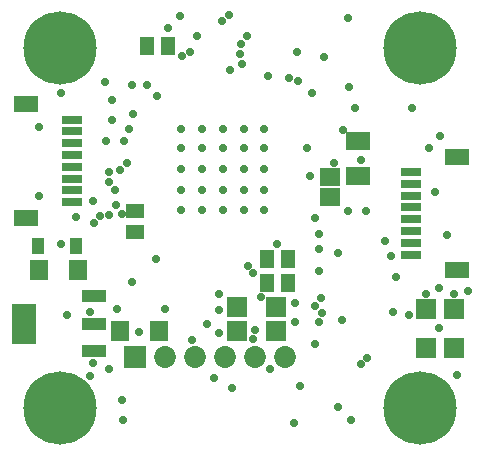
<source format=gbr>
%TF.GenerationSoftware,Altium Limited,Altium Designer,21.3.2 (30)*%
G04 Layer_Color=16711935*
%FSLAX44Y44*%
%MOMM*%
%TF.SameCoordinates,DF9C5644-7730-4CB0-946D-AD2690A7FF42*%
%TF.FilePolarity,Negative*%
%TF.FileFunction,Soldermask,Bot*%
%TF.Part,Single*%
G01*
G75*
%TA.AperFunction,SMDPad,CuDef*%
%ADD48R,1.2032X1.5032*%
%ADD49R,1.5032X1.2032*%
%ADD50R,2.1032X1.1032*%
%ADD51R,2.1032X3.4032*%
%ADD52R,2.0032X1.4032*%
%ADD53R,1.7532X0.8032*%
%ADD54R,1.1132X1.4232*%
%ADD55R,1.7032X1.5032*%
%ADD56R,1.5032X1.7272*%
%ADD57R,2.0032X1.5032*%
%ADD58R,1.7272X1.7272*%
%ADD59R,1.7272X1.7272*%
%TA.AperFunction,ComponentPad*%
%ADD60C,1.8532*%
%ADD61R,1.8532X1.8532*%
%TA.AperFunction,ViaPad*%
%ADD62C,6.1976*%
%ADD63C,0.7112*%
D48*
X701294Y915670D02*
D03*
X683394Y915570D02*
D03*
X784740Y735230D02*
D03*
X802640Y735330D02*
D03*
X784740Y714910D02*
D03*
X802640Y715010D02*
D03*
D49*
X673100Y776224D02*
D03*
X673200Y758324D02*
D03*
D50*
X638120Y703720D02*
D03*
Y680720D02*
D03*
Y657720D02*
D03*
D51*
X579120Y680720D02*
D03*
D52*
X581000Y866440D02*
D03*
Y770440D02*
D03*
X945540Y725990D02*
D03*
Y821990D02*
D03*
D53*
X619760Y853440D02*
D03*
Y843440D02*
D03*
Y833440D02*
D03*
Y823440D02*
D03*
Y813440D02*
D03*
Y803440D02*
D03*
Y793440D02*
D03*
Y783440D02*
D03*
X906780Y738990D02*
D03*
Y748990D02*
D03*
Y758990D02*
D03*
Y768990D02*
D03*
Y778990D02*
D03*
Y788990D02*
D03*
Y798990D02*
D03*
Y808990D02*
D03*
D54*
X623410Y746760D02*
D03*
X590710D02*
D03*
D55*
X838200Y787790D02*
D03*
Y804790D02*
D03*
D56*
X660400Y674370D02*
D03*
X693420D02*
D03*
X591820Y726440D02*
D03*
X624840D02*
D03*
D57*
X862330Y805920D02*
D03*
Y834920D02*
D03*
D58*
X943610Y693420D02*
D03*
Y660400D02*
D03*
X919480Y693140D02*
D03*
Y660120D02*
D03*
D59*
X759460Y694690D02*
D03*
X792480D02*
D03*
X759460Y674370D02*
D03*
X792480D02*
D03*
D60*
X723900Y652540D02*
D03*
X698500D02*
D03*
X749300D02*
D03*
X774700D02*
D03*
X800100D02*
D03*
D61*
X673100D02*
D03*
D62*
X609600Y609600D02*
D03*
X914400D02*
D03*
Y914400D02*
D03*
X609600D02*
D03*
D63*
X712724Y907542D02*
D03*
X764032Y900176D02*
D03*
X762000Y909066D02*
D03*
X762508Y917448D02*
D03*
X676341Y673507D02*
D03*
X662371Y615849D02*
D03*
X755335Y626009D02*
D03*
X812485Y628041D02*
D03*
X844997Y610007D02*
D03*
X848299Y683921D02*
D03*
X825246Y663702D02*
D03*
X936945Y756057D02*
D03*
X907633Y862864D02*
D03*
X931357Y839877D02*
D03*
X662432Y773176D02*
D03*
X657098Y781050D02*
D03*
X753364Y895096D02*
D03*
X725424Y924052D02*
D03*
X720090Y910590D02*
D03*
X768410Y729504D02*
D03*
X698500Y693420D02*
D03*
X772820Y723290D02*
D03*
X811510Y886440D02*
D03*
X831850Y689610D02*
D03*
X829135Y682075D02*
D03*
X955109Y708565D02*
D03*
X844619Y740315D02*
D03*
X664210Y835660D02*
D03*
X651510Y808990D02*
D03*
X666750Y816610D02*
D03*
X660114Y810883D02*
D03*
X651333Y800570D02*
D03*
X859790Y863600D02*
D03*
X864870Y819150D02*
D03*
X842010Y816610D02*
D03*
X818919Y829079D02*
D03*
X721360Y666750D02*
D03*
X734060Y680720D02*
D03*
X849428Y844550D02*
D03*
X854710Y881380D02*
D03*
X740410Y635000D02*
D03*
X793750Y748030D02*
D03*
X822960Y876300D02*
D03*
X803910Y889000D02*
D03*
X768350Y924560D02*
D03*
X637540Y647700D02*
D03*
X638810Y765810D02*
D03*
X779780Y703580D02*
D03*
X808990Y681990D02*
D03*
X773430Y668020D02*
D03*
X648970Y835660D02*
D03*
X786130Y890270D02*
D03*
X610870Y748030D02*
D03*
X637540Y784860D02*
D03*
X643936Y772200D02*
D03*
X651555Y772329D02*
D03*
X656590Y794180D02*
D03*
X787400Y642620D02*
D03*
X774700Y675640D02*
D03*
X946150Y637540D02*
D03*
X930910Y711200D02*
D03*
Y676910D02*
D03*
X647700Y885190D02*
D03*
X701040Y930910D02*
D03*
X623570Y770890D02*
D03*
X711200Y941070D02*
D03*
X610870Y876300D02*
D03*
X591820Y788670D02*
D03*
Y847090D02*
D03*
X654050Y869950D02*
D03*
X670560Y882650D02*
D03*
X692150Y873760D02*
D03*
X671830Y858520D02*
D03*
X782320Y777240D02*
D03*
X765810D02*
D03*
X748030D02*
D03*
X730250D02*
D03*
X712470D02*
D03*
X782320Y793750D02*
D03*
X765810D02*
D03*
X748030D02*
D03*
X730250D02*
D03*
X712470D02*
D03*
X782320Y811530D02*
D03*
X765810D02*
D03*
X748030D02*
D03*
X730250D02*
D03*
X712470D02*
D03*
X782320Y829310D02*
D03*
X765810D02*
D03*
X748030D02*
D03*
X730250D02*
D03*
X712470D02*
D03*
X782320Y845820D02*
D03*
X765810D02*
D03*
X748030D02*
D03*
X730250D02*
D03*
X712470D02*
D03*
X810260Y910590D02*
D03*
X833120Y906780D02*
D03*
X853440Y939800D02*
D03*
X657860Y693420D02*
D03*
X635000Y690880D02*
D03*
X615950Y688340D02*
D03*
X690880Y735330D02*
D03*
X670560Y716280D02*
D03*
X927100Y792480D02*
D03*
X922020Y829310D02*
D03*
X864562Y646122D02*
D03*
X869950Y651510D02*
D03*
X825500Y695960D02*
D03*
X855980Y599440D02*
D03*
X807720Y596900D02*
D03*
X905510Y688340D02*
D03*
X891540Y690880D02*
D03*
X894080Y720090D02*
D03*
X890270Y737870D02*
D03*
X885190Y750570D02*
D03*
X868680Y775970D02*
D03*
X853440D02*
D03*
X830580Y702310D02*
D03*
X829310Y725170D02*
D03*
Y744220D02*
D03*
X808990Y698500D02*
D03*
X662940Y599440D02*
D03*
X635000Y636270D02*
D03*
X943610Y706120D02*
D03*
X919480D02*
D03*
X829310Y756920D02*
D03*
X825611Y770011D02*
D03*
X654050Y853440D02*
D03*
X683260Y882650D02*
D03*
X753110Y942340D02*
D03*
X746850Y937260D02*
D03*
X668020Y845820D02*
D03*
X744220Y706120D02*
D03*
X821515Y805355D02*
D03*
X651510Y642620D02*
D03*
X744220Y673100D02*
D03*
Y692150D02*
D03*
%TF.MD5,ed7c9f6a360c844b8c5097289091a070*%
M02*

</source>
